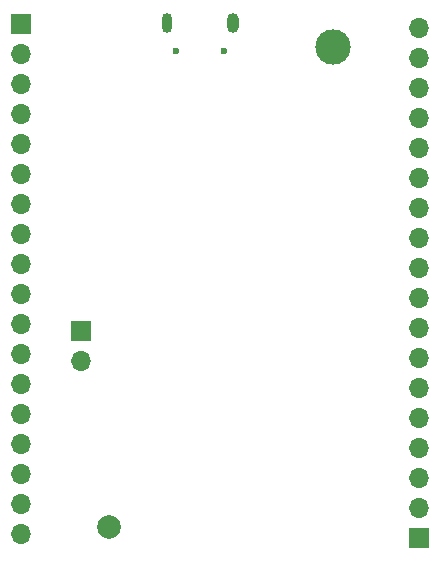
<source format=gbs>
G04 #@! TF.GenerationSoftware,KiCad,Pcbnew,7.0.5-4d25ed1034~172~ubuntu22.04.1*
G04 #@! TF.CreationDate,2023-07-05T09:01:56+07:00*
G04 #@! TF.ProjectId,TMPboardM,544d5062-6f61-4726-944d-2e6b69636164,rev?*
G04 #@! TF.SameCoordinates,Original*
G04 #@! TF.FileFunction,Soldermask,Bot*
G04 #@! TF.FilePolarity,Negative*
%FSLAX46Y46*%
G04 Gerber Fmt 4.6, Leading zero omitted, Abs format (unit mm)*
G04 Created by KiCad (PCBNEW 7.0.5-4d25ed1034~172~ubuntu22.04.1) date 2023-07-05 09:01:56*
%MOMM*%
%LPD*%
G01*
G04 APERTURE LIST*
%ADD10R,1.700000X1.700000*%
%ADD11O,1.700000X1.700000*%
%ADD12C,0.600000*%
%ADD13O,1.000000X1.700000*%
%ADD14O,0.850000X1.700000*%
%ADD15C,2.000000*%
%ADD16C,3.000000*%
G04 APERTURE END LIST*
D10*
X73455000Y-53515000D03*
D11*
X73455000Y-56055000D03*
X73455000Y-58595000D03*
X73455000Y-61135000D03*
X73455000Y-63675000D03*
X73455000Y-66215000D03*
X73455000Y-68755000D03*
X73455000Y-71295000D03*
X73455000Y-73835000D03*
X73455000Y-76375000D03*
X73455000Y-78915000D03*
X73455000Y-81455000D03*
X73455000Y-83995000D03*
X73455000Y-86535000D03*
X73455000Y-89075000D03*
X73455000Y-91615000D03*
X73455000Y-94155000D03*
X73455000Y-96695000D03*
D10*
X78595000Y-79490000D03*
D11*
X78595000Y-82030000D03*
D12*
X90660000Y-55782500D03*
X86660000Y-55782500D03*
D13*
X91485000Y-53432500D03*
D14*
X85835000Y-53432500D03*
D15*
X80930000Y-96090000D03*
D16*
X99910000Y-55400000D03*
D10*
X107185000Y-96965000D03*
D11*
X107185000Y-94425000D03*
X107185000Y-91885000D03*
X107185000Y-89345000D03*
X107185000Y-86805000D03*
X107185000Y-84265000D03*
X107185000Y-81725000D03*
X107185000Y-79185000D03*
X107185000Y-76645000D03*
X107185000Y-74105000D03*
X107185000Y-71565000D03*
X107185000Y-69025000D03*
X107185000Y-66485000D03*
X107185000Y-63945000D03*
X107185000Y-61405000D03*
X107185000Y-58865000D03*
X107185000Y-56325000D03*
X107185000Y-53785000D03*
M02*

</source>
